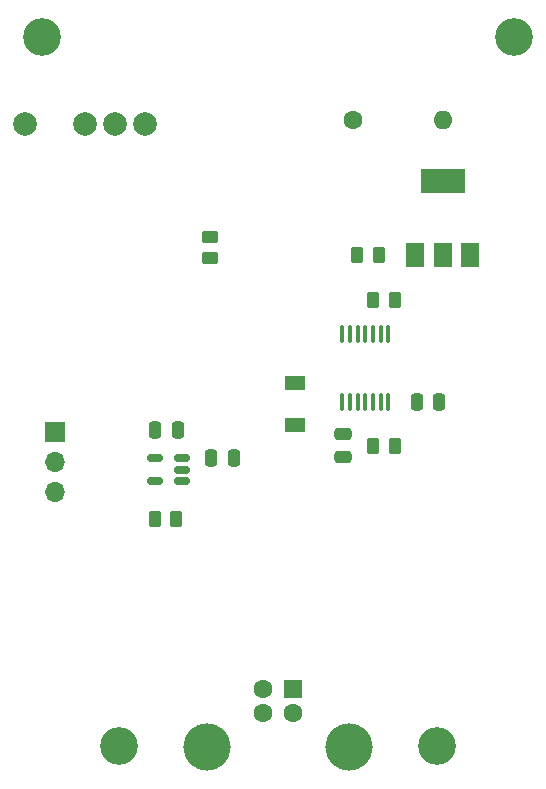
<source format=gbr>
%TF.GenerationSoftware,KiCad,Pcbnew,(6.0.1)*%
%TF.CreationDate,2022-03-26T14:46:19+01:00*%
%TF.ProjectId,fanali_coda_treno,66616e61-6c69-45f6-936f-64615f747265,rev?*%
%TF.SameCoordinates,Original*%
%TF.FileFunction,Soldermask,Top*%
%TF.FilePolarity,Negative*%
%FSLAX46Y46*%
G04 Gerber Fmt 4.6, Leading zero omitted, Abs format (unit mm)*
G04 Created by KiCad (PCBNEW (6.0.1)) date 2022-03-26 14:46:19*
%MOMM*%
%LPD*%
G01*
G04 APERTURE LIST*
G04 Aperture macros list*
%AMRoundRect*
0 Rectangle with rounded corners*
0 $1 Rounding radius*
0 $2 $3 $4 $5 $6 $7 $8 $9 X,Y pos of 4 corners*
0 Add a 4 corners polygon primitive as box body*
4,1,4,$2,$3,$4,$5,$6,$7,$8,$9,$2,$3,0*
0 Add four circle primitives for the rounded corners*
1,1,$1+$1,$2,$3*
1,1,$1+$1,$4,$5*
1,1,$1+$1,$6,$7*
1,1,$1+$1,$8,$9*
0 Add four rect primitives between the rounded corners*
20,1,$1+$1,$2,$3,$4,$5,0*
20,1,$1+$1,$4,$5,$6,$7,0*
20,1,$1+$1,$6,$7,$8,$9,0*
20,1,$1+$1,$8,$9,$2,$3,0*%
G04 Aperture macros list end*
%ADD10C,1.600000*%
%ADD11O,1.600000X1.600000*%
%ADD12R,1.500000X2.000000*%
%ADD13R,3.800000X2.000000*%
%ADD14C,3.200000*%
%ADD15RoundRect,0.250000X-0.250000X-0.475000X0.250000X-0.475000X0.250000X0.475000X-0.250000X0.475000X0*%
%ADD16R,1.700000X1.700000*%
%ADD17O,1.700000X1.700000*%
%ADD18RoundRect,0.250000X-0.450000X0.262500X-0.450000X-0.262500X0.450000X-0.262500X0.450000X0.262500X0*%
%ADD19RoundRect,0.250000X-0.262500X-0.450000X0.262500X-0.450000X0.262500X0.450000X-0.262500X0.450000X0*%
%ADD20R,1.600000X1.600000*%
%ADD21C,4.000000*%
%ADD22RoundRect,0.150000X0.512500X0.150000X-0.512500X0.150000X-0.512500X-0.150000X0.512500X-0.150000X0*%
%ADD23RoundRect,0.250000X-0.475000X0.250000X-0.475000X-0.250000X0.475000X-0.250000X0.475000X0.250000X0*%
%ADD24RoundRect,0.100000X-0.100000X0.637500X-0.100000X-0.637500X0.100000X-0.637500X0.100000X0.637500X0*%
%ADD25R,1.700000X1.300000*%
%ADD26C,2.000000*%
G04 APERTURE END LIST*
D10*
%TO.C,R4*%
X31343600Y-12000000D03*
D11*
X38963600Y-12000000D03*
%TD*%
D12*
%TO.C,Q1*%
X36638200Y-23470400D03*
X38938200Y-23470400D03*
X41238200Y-23470400D03*
D13*
X38938200Y-17170400D03*
%TD*%
D14*
%TO.C,H3*%
X11500000Y-65000000D03*
%TD*%
D15*
%TO.C,C4*%
X19344600Y-40665400D03*
X21244600Y-40665400D03*
%TD*%
D16*
%TO.C,J2*%
X6146800Y-38481000D03*
D17*
X6146800Y-41021000D03*
X6146800Y-43561000D03*
%TD*%
D18*
%TO.C,R6*%
X19278600Y-21896700D03*
X19278600Y-23721700D03*
%TD*%
D19*
%TO.C,R3*%
X33047300Y-27228800D03*
X34872300Y-27228800D03*
%TD*%
%TO.C,R1*%
X31726500Y-23469600D03*
X33551500Y-23469600D03*
%TD*%
D15*
%TO.C,C1*%
X36769000Y-35915600D03*
X38669000Y-35915600D03*
%TD*%
D20*
%TO.C,J1*%
X26250000Y-60212500D03*
D10*
X23750000Y-60212500D03*
X23750000Y-62212500D03*
X26250000Y-62212500D03*
D21*
X19000000Y-65072500D03*
X31000000Y-65072500D03*
%TD*%
D22*
%TO.C,U2*%
X16885900Y-42565600D03*
X16885900Y-41615600D03*
X16885900Y-40665600D03*
X14610900Y-40665600D03*
X14610900Y-42565600D03*
%TD*%
D19*
%TO.C,R2*%
X33047300Y-39649400D03*
X34872300Y-39649400D03*
%TD*%
D15*
%TO.C,C3*%
X14620200Y-38277800D03*
X16520200Y-38277800D03*
%TD*%
D23*
%TO.C,C2*%
X30505400Y-38623200D03*
X30505400Y-40523200D03*
%TD*%
D19*
%TO.C,R5*%
X14583400Y-45821600D03*
X16408400Y-45821600D03*
%TD*%
D24*
%TO.C,U1*%
X34335000Y-30182900D03*
X33685000Y-30182900D03*
X33035000Y-30182900D03*
X32385000Y-30182900D03*
X31735000Y-30182900D03*
X31085000Y-30182900D03*
X30435000Y-30182900D03*
X30435000Y-35907900D03*
X31085000Y-35907900D03*
X31735000Y-35907900D03*
X32385000Y-35907900D03*
X33035000Y-35907900D03*
X33685000Y-35907900D03*
X34335000Y-35907900D03*
%TD*%
D25*
%TO.C,D1*%
X26416000Y-37815400D03*
X26416000Y-34315400D03*
%TD*%
D14*
%TO.C,H1*%
X5000000Y-5000000D03*
%TD*%
D26*
%TO.C,SW1*%
X13726387Y-12362500D03*
X11186387Y-12362500D03*
X8646387Y-12362500D03*
X3566387Y-12362500D03*
%TD*%
D14*
%TO.C,H2*%
X38500000Y-65000000D03*
%TD*%
%TO.C,H4*%
X45000000Y-5000000D03*
%TD*%
M02*

</source>
